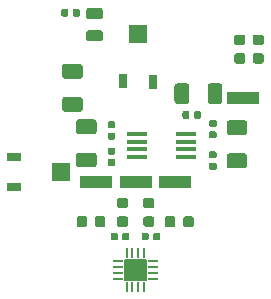
<source format=gbr>
%TF.GenerationSoftware,KiCad,Pcbnew,5.1.5-52549c5~84~ubuntu18.04.1*%
%TF.CreationDate,2020-03-03T14:54:20+01:00*%
%TF.ProjectId,HMC_RF_IPE,484d435f-5246-45f4-9950-452e6b696361,rev?*%
%TF.SameCoordinates,Original*%
%TF.FileFunction,Paste,Top*%
%TF.FilePolarity,Positive*%
%FSLAX46Y46*%
G04 Gerber Fmt 4.6, Leading zero omitted, Abs format (unit mm)*
G04 Created by KiCad (PCBNEW 5.1.5-52549c5~84~ubuntu18.04.1) date 2020-03-03 14:54:20*
%MOMM*%
%LPD*%
G04 APERTURE LIST*
%ADD10C,0.152400*%
%ADD11C,0.100000*%
%ADD12R,1.725000X1.725000*%
%ADD13R,0.240000X0.804800*%
%ADD14R,0.804800X0.240000*%
%ADD15R,0.787400X1.193800*%
%ADD16R,1.574800X1.524000*%
%ADD17R,1.193800X0.787400*%
%ADD18R,1.524000X1.574800*%
%ADD19R,1.778000X0.431800*%
%ADD20R,2.670000X1.020000*%
G04 APERTURE END LIST*
D10*
%TO.C,U4*%
X141524910Y-92985700D02*
X143249910Y-92985700D01*
X141524910Y-91260700D02*
X141524910Y-92985700D01*
X143249910Y-91260700D02*
X141524910Y-91260700D01*
X143249910Y-92985700D02*
X143249910Y-91260700D01*
%TD*%
D11*
%TO.C,R14*%
G36*
X141571101Y-87584253D02*
G01*
X141592336Y-87587403D01*
X141613160Y-87592619D01*
X141633372Y-87599851D01*
X141652778Y-87609030D01*
X141671191Y-87620066D01*
X141688434Y-87632854D01*
X141704340Y-87647270D01*
X141718756Y-87663176D01*
X141731544Y-87680419D01*
X141742580Y-87698832D01*
X141751759Y-87718238D01*
X141758991Y-87738450D01*
X141764207Y-87759274D01*
X141767357Y-87780509D01*
X141768410Y-87801950D01*
X141768410Y-88239450D01*
X141767357Y-88260891D01*
X141764207Y-88282126D01*
X141758991Y-88302950D01*
X141751759Y-88323162D01*
X141742580Y-88342568D01*
X141731544Y-88360981D01*
X141718756Y-88378224D01*
X141704340Y-88394130D01*
X141688434Y-88408546D01*
X141671191Y-88421334D01*
X141652778Y-88432370D01*
X141633372Y-88441549D01*
X141613160Y-88448781D01*
X141592336Y-88453997D01*
X141571101Y-88457147D01*
X141549660Y-88458200D01*
X141037160Y-88458200D01*
X141015719Y-88457147D01*
X140994484Y-88453997D01*
X140973660Y-88448781D01*
X140953448Y-88441549D01*
X140934042Y-88432370D01*
X140915629Y-88421334D01*
X140898386Y-88408546D01*
X140882480Y-88394130D01*
X140868064Y-88378224D01*
X140855276Y-88360981D01*
X140844240Y-88342568D01*
X140835061Y-88323162D01*
X140827829Y-88302950D01*
X140822613Y-88282126D01*
X140819463Y-88260891D01*
X140818410Y-88239450D01*
X140818410Y-87801950D01*
X140819463Y-87780509D01*
X140822613Y-87759274D01*
X140827829Y-87738450D01*
X140835061Y-87718238D01*
X140844240Y-87698832D01*
X140855276Y-87680419D01*
X140868064Y-87663176D01*
X140882480Y-87647270D01*
X140898386Y-87632854D01*
X140915629Y-87620066D01*
X140934042Y-87609030D01*
X140953448Y-87599851D01*
X140973660Y-87592619D01*
X140994484Y-87587403D01*
X141015719Y-87584253D01*
X141037160Y-87583200D01*
X141549660Y-87583200D01*
X141571101Y-87584253D01*
G37*
G36*
X141571101Y-86009253D02*
G01*
X141592336Y-86012403D01*
X141613160Y-86017619D01*
X141633372Y-86024851D01*
X141652778Y-86034030D01*
X141671191Y-86045066D01*
X141688434Y-86057854D01*
X141704340Y-86072270D01*
X141718756Y-86088176D01*
X141731544Y-86105419D01*
X141742580Y-86123832D01*
X141751759Y-86143238D01*
X141758991Y-86163450D01*
X141764207Y-86184274D01*
X141767357Y-86205509D01*
X141768410Y-86226950D01*
X141768410Y-86664450D01*
X141767357Y-86685891D01*
X141764207Y-86707126D01*
X141758991Y-86727950D01*
X141751759Y-86748162D01*
X141742580Y-86767568D01*
X141731544Y-86785981D01*
X141718756Y-86803224D01*
X141704340Y-86819130D01*
X141688434Y-86833546D01*
X141671191Y-86846334D01*
X141652778Y-86857370D01*
X141633372Y-86866549D01*
X141613160Y-86873781D01*
X141592336Y-86878997D01*
X141571101Y-86882147D01*
X141549660Y-86883200D01*
X141037160Y-86883200D01*
X141015719Y-86882147D01*
X140994484Y-86878997D01*
X140973660Y-86873781D01*
X140953448Y-86866549D01*
X140934042Y-86857370D01*
X140915629Y-86846334D01*
X140898386Y-86833546D01*
X140882480Y-86819130D01*
X140868064Y-86803224D01*
X140855276Y-86785981D01*
X140844240Y-86767568D01*
X140835061Y-86748162D01*
X140827829Y-86727950D01*
X140822613Y-86707126D01*
X140819463Y-86685891D01*
X140818410Y-86664450D01*
X140818410Y-86226950D01*
X140819463Y-86205509D01*
X140822613Y-86184274D01*
X140827829Y-86163450D01*
X140835061Y-86143238D01*
X140844240Y-86123832D01*
X140855276Y-86105419D01*
X140868064Y-86088176D01*
X140882480Y-86072270D01*
X140898386Y-86057854D01*
X140915629Y-86045066D01*
X140934042Y-86034030D01*
X140953448Y-86024851D01*
X140973660Y-86017619D01*
X140994484Y-86012403D01*
X141015719Y-86009253D01*
X141037160Y-86008200D01*
X141549660Y-86008200D01*
X141571101Y-86009253D01*
G37*
%TD*%
%TO.C,R15*%
G36*
X143801101Y-87594253D02*
G01*
X143822336Y-87597403D01*
X143843160Y-87602619D01*
X143863372Y-87609851D01*
X143882778Y-87619030D01*
X143901191Y-87630066D01*
X143918434Y-87642854D01*
X143934340Y-87657270D01*
X143948756Y-87673176D01*
X143961544Y-87690419D01*
X143972580Y-87708832D01*
X143981759Y-87728238D01*
X143988991Y-87748450D01*
X143994207Y-87769274D01*
X143997357Y-87790509D01*
X143998410Y-87811950D01*
X143998410Y-88249450D01*
X143997357Y-88270891D01*
X143994207Y-88292126D01*
X143988991Y-88312950D01*
X143981759Y-88333162D01*
X143972580Y-88352568D01*
X143961544Y-88370981D01*
X143948756Y-88388224D01*
X143934340Y-88404130D01*
X143918434Y-88418546D01*
X143901191Y-88431334D01*
X143882778Y-88442370D01*
X143863372Y-88451549D01*
X143843160Y-88458781D01*
X143822336Y-88463997D01*
X143801101Y-88467147D01*
X143779660Y-88468200D01*
X143267160Y-88468200D01*
X143245719Y-88467147D01*
X143224484Y-88463997D01*
X143203660Y-88458781D01*
X143183448Y-88451549D01*
X143164042Y-88442370D01*
X143145629Y-88431334D01*
X143128386Y-88418546D01*
X143112480Y-88404130D01*
X143098064Y-88388224D01*
X143085276Y-88370981D01*
X143074240Y-88352568D01*
X143065061Y-88333162D01*
X143057829Y-88312950D01*
X143052613Y-88292126D01*
X143049463Y-88270891D01*
X143048410Y-88249450D01*
X143048410Y-87811950D01*
X143049463Y-87790509D01*
X143052613Y-87769274D01*
X143057829Y-87748450D01*
X143065061Y-87728238D01*
X143074240Y-87708832D01*
X143085276Y-87690419D01*
X143098064Y-87673176D01*
X143112480Y-87657270D01*
X143128386Y-87642854D01*
X143145629Y-87630066D01*
X143164042Y-87619030D01*
X143183448Y-87609851D01*
X143203660Y-87602619D01*
X143224484Y-87597403D01*
X143245719Y-87594253D01*
X143267160Y-87593200D01*
X143779660Y-87593200D01*
X143801101Y-87594253D01*
G37*
G36*
X143801101Y-86019253D02*
G01*
X143822336Y-86022403D01*
X143843160Y-86027619D01*
X143863372Y-86034851D01*
X143882778Y-86044030D01*
X143901191Y-86055066D01*
X143918434Y-86067854D01*
X143934340Y-86082270D01*
X143948756Y-86098176D01*
X143961544Y-86115419D01*
X143972580Y-86133832D01*
X143981759Y-86153238D01*
X143988991Y-86173450D01*
X143994207Y-86194274D01*
X143997357Y-86215509D01*
X143998410Y-86236950D01*
X143998410Y-86674450D01*
X143997357Y-86695891D01*
X143994207Y-86717126D01*
X143988991Y-86737950D01*
X143981759Y-86758162D01*
X143972580Y-86777568D01*
X143961544Y-86795981D01*
X143948756Y-86813224D01*
X143934340Y-86829130D01*
X143918434Y-86843546D01*
X143901191Y-86856334D01*
X143882778Y-86867370D01*
X143863372Y-86876549D01*
X143843160Y-86883781D01*
X143822336Y-86888997D01*
X143801101Y-86892147D01*
X143779660Y-86893200D01*
X143267160Y-86893200D01*
X143245719Y-86892147D01*
X143224484Y-86888997D01*
X143203660Y-86883781D01*
X143183448Y-86876549D01*
X143164042Y-86867370D01*
X143145629Y-86856334D01*
X143128386Y-86843546D01*
X143112480Y-86829130D01*
X143098064Y-86813224D01*
X143085276Y-86795981D01*
X143074240Y-86777568D01*
X143065061Y-86758162D01*
X143057829Y-86737950D01*
X143052613Y-86717126D01*
X143049463Y-86695891D01*
X143048410Y-86674450D01*
X143048410Y-86236950D01*
X143049463Y-86215509D01*
X143052613Y-86194274D01*
X143057829Y-86173450D01*
X143065061Y-86153238D01*
X143074240Y-86133832D01*
X143085276Y-86115419D01*
X143098064Y-86098176D01*
X143112480Y-86082270D01*
X143128386Y-86067854D01*
X143145629Y-86055066D01*
X143164042Y-86044030D01*
X143183448Y-86034851D01*
X143203660Y-86027619D01*
X143224484Y-86022403D01*
X143245719Y-86019253D01*
X143267160Y-86018200D01*
X143779660Y-86018200D01*
X143801101Y-86019253D01*
G37*
%TD*%
D12*
%TO.C,U4*%
X142387410Y-92123200D03*
D13*
X143137411Y-93575600D03*
X142637410Y-93575600D03*
X142137410Y-93575600D03*
X141637409Y-93575600D03*
D14*
X140935010Y-92873201D03*
X140935010Y-92373200D03*
X140935010Y-91873200D03*
X140935010Y-91373199D03*
D13*
X141637409Y-90670800D03*
X142137410Y-90670800D03*
X142637410Y-90670800D03*
X143137411Y-90670800D03*
D14*
X143839810Y-91373199D03*
X143839810Y-91873200D03*
X143839810Y-92373200D03*
X143839810Y-92873201D03*
%TD*%
D15*
%TO.C,RV1*%
X143911410Y-76193200D03*
D16*
X142641410Y-72180000D03*
D15*
X141371410Y-76142400D03*
%TD*%
D17*
%TO.C,RV2*%
X132066410Y-85118200D03*
D18*
X136079610Y-83848200D03*
D17*
X132117210Y-82578200D03*
%TD*%
D11*
%TO.C,R16*%
G36*
X151501101Y-72199253D02*
G01*
X151522336Y-72202403D01*
X151543160Y-72207619D01*
X151563372Y-72214851D01*
X151582778Y-72224030D01*
X151601191Y-72235066D01*
X151618434Y-72247854D01*
X151634340Y-72262270D01*
X151648756Y-72278176D01*
X151661544Y-72295419D01*
X151672580Y-72313832D01*
X151681759Y-72333238D01*
X151688991Y-72353450D01*
X151694207Y-72374274D01*
X151697357Y-72395509D01*
X151698410Y-72416950D01*
X151698410Y-72854450D01*
X151697357Y-72875891D01*
X151694207Y-72897126D01*
X151688991Y-72917950D01*
X151681759Y-72938162D01*
X151672580Y-72957568D01*
X151661544Y-72975981D01*
X151648756Y-72993224D01*
X151634340Y-73009130D01*
X151618434Y-73023546D01*
X151601191Y-73036334D01*
X151582778Y-73047370D01*
X151563372Y-73056549D01*
X151543160Y-73063781D01*
X151522336Y-73068997D01*
X151501101Y-73072147D01*
X151479660Y-73073200D01*
X150967160Y-73073200D01*
X150945719Y-73072147D01*
X150924484Y-73068997D01*
X150903660Y-73063781D01*
X150883448Y-73056549D01*
X150864042Y-73047370D01*
X150845629Y-73036334D01*
X150828386Y-73023546D01*
X150812480Y-73009130D01*
X150798064Y-72993224D01*
X150785276Y-72975981D01*
X150774240Y-72957568D01*
X150765061Y-72938162D01*
X150757829Y-72917950D01*
X150752613Y-72897126D01*
X150749463Y-72875891D01*
X150748410Y-72854450D01*
X150748410Y-72416950D01*
X150749463Y-72395509D01*
X150752613Y-72374274D01*
X150757829Y-72353450D01*
X150765061Y-72333238D01*
X150774240Y-72313832D01*
X150785276Y-72295419D01*
X150798064Y-72278176D01*
X150812480Y-72262270D01*
X150828386Y-72247854D01*
X150845629Y-72235066D01*
X150864042Y-72224030D01*
X150883448Y-72214851D01*
X150903660Y-72207619D01*
X150924484Y-72202403D01*
X150945719Y-72199253D01*
X150967160Y-72198200D01*
X151479660Y-72198200D01*
X151501101Y-72199253D01*
G37*
G36*
X151501101Y-73774253D02*
G01*
X151522336Y-73777403D01*
X151543160Y-73782619D01*
X151563372Y-73789851D01*
X151582778Y-73799030D01*
X151601191Y-73810066D01*
X151618434Y-73822854D01*
X151634340Y-73837270D01*
X151648756Y-73853176D01*
X151661544Y-73870419D01*
X151672580Y-73888832D01*
X151681759Y-73908238D01*
X151688991Y-73928450D01*
X151694207Y-73949274D01*
X151697357Y-73970509D01*
X151698410Y-73991950D01*
X151698410Y-74429450D01*
X151697357Y-74450891D01*
X151694207Y-74472126D01*
X151688991Y-74492950D01*
X151681759Y-74513162D01*
X151672580Y-74532568D01*
X151661544Y-74550981D01*
X151648756Y-74568224D01*
X151634340Y-74584130D01*
X151618434Y-74598546D01*
X151601191Y-74611334D01*
X151582778Y-74622370D01*
X151563372Y-74631549D01*
X151543160Y-74638781D01*
X151522336Y-74643997D01*
X151501101Y-74647147D01*
X151479660Y-74648200D01*
X150967160Y-74648200D01*
X150945719Y-74647147D01*
X150924484Y-74643997D01*
X150903660Y-74638781D01*
X150883448Y-74631549D01*
X150864042Y-74622370D01*
X150845629Y-74611334D01*
X150828386Y-74598546D01*
X150812480Y-74584130D01*
X150798064Y-74568224D01*
X150785276Y-74550981D01*
X150774240Y-74532568D01*
X150765061Y-74513162D01*
X150757829Y-74492950D01*
X150752613Y-74472126D01*
X150749463Y-74450891D01*
X150748410Y-74429450D01*
X150748410Y-73991950D01*
X150749463Y-73970509D01*
X150752613Y-73949274D01*
X150757829Y-73928450D01*
X150765061Y-73908238D01*
X150774240Y-73888832D01*
X150785276Y-73870419D01*
X150798064Y-73853176D01*
X150812480Y-73837270D01*
X150828386Y-73822854D01*
X150845629Y-73810066D01*
X150864042Y-73799030D01*
X150883448Y-73789851D01*
X150903660Y-73782619D01*
X150924484Y-73777403D01*
X150945719Y-73774253D01*
X150967160Y-73773200D01*
X151479660Y-73773200D01*
X151501101Y-73774253D01*
G37*
%TD*%
D19*
%TO.C,U2*%
X142548710Y-82568199D03*
X142548710Y-81918201D03*
X142548710Y-81268199D03*
X142548710Y-80618201D03*
X146638110Y-80618201D03*
X146638110Y-81268199D03*
X146638110Y-81918201D03*
X146638110Y-82568199D03*
%TD*%
D11*
%TO.C,C10*%
G36*
X137702914Y-77477404D02*
G01*
X137727183Y-77481004D01*
X137750981Y-77486965D01*
X137774081Y-77495230D01*
X137796259Y-77505720D01*
X137817303Y-77518333D01*
X137837008Y-77532947D01*
X137855187Y-77549423D01*
X137871663Y-77567602D01*
X137886277Y-77587307D01*
X137898890Y-77608351D01*
X137909380Y-77630529D01*
X137917645Y-77653629D01*
X137923606Y-77677427D01*
X137927206Y-77701696D01*
X137928410Y-77726200D01*
X137928410Y-78476200D01*
X137927206Y-78500704D01*
X137923606Y-78524973D01*
X137917645Y-78548771D01*
X137909380Y-78571871D01*
X137898890Y-78594049D01*
X137886277Y-78615093D01*
X137871663Y-78634798D01*
X137855187Y-78652977D01*
X137837008Y-78669453D01*
X137817303Y-78684067D01*
X137796259Y-78696680D01*
X137774081Y-78707170D01*
X137750981Y-78715435D01*
X137727183Y-78721396D01*
X137702914Y-78724996D01*
X137678410Y-78726200D01*
X136428410Y-78726200D01*
X136403906Y-78724996D01*
X136379637Y-78721396D01*
X136355839Y-78715435D01*
X136332739Y-78707170D01*
X136310561Y-78696680D01*
X136289517Y-78684067D01*
X136269812Y-78669453D01*
X136251633Y-78652977D01*
X136235157Y-78634798D01*
X136220543Y-78615093D01*
X136207930Y-78594049D01*
X136197440Y-78571871D01*
X136189175Y-78548771D01*
X136183214Y-78524973D01*
X136179614Y-78500704D01*
X136178410Y-78476200D01*
X136178410Y-77726200D01*
X136179614Y-77701696D01*
X136183214Y-77677427D01*
X136189175Y-77653629D01*
X136197440Y-77630529D01*
X136207930Y-77608351D01*
X136220543Y-77587307D01*
X136235157Y-77567602D01*
X136251633Y-77549423D01*
X136269812Y-77532947D01*
X136289517Y-77518333D01*
X136310561Y-77505720D01*
X136332739Y-77495230D01*
X136355839Y-77486965D01*
X136379637Y-77481004D01*
X136403906Y-77477404D01*
X136428410Y-77476200D01*
X137678410Y-77476200D01*
X137702914Y-77477404D01*
G37*
G36*
X137702914Y-74677404D02*
G01*
X137727183Y-74681004D01*
X137750981Y-74686965D01*
X137774081Y-74695230D01*
X137796259Y-74705720D01*
X137817303Y-74718333D01*
X137837008Y-74732947D01*
X137855187Y-74749423D01*
X137871663Y-74767602D01*
X137886277Y-74787307D01*
X137898890Y-74808351D01*
X137909380Y-74830529D01*
X137917645Y-74853629D01*
X137923606Y-74877427D01*
X137927206Y-74901696D01*
X137928410Y-74926200D01*
X137928410Y-75676200D01*
X137927206Y-75700704D01*
X137923606Y-75724973D01*
X137917645Y-75748771D01*
X137909380Y-75771871D01*
X137898890Y-75794049D01*
X137886277Y-75815093D01*
X137871663Y-75834798D01*
X137855187Y-75852977D01*
X137837008Y-75869453D01*
X137817303Y-75884067D01*
X137796259Y-75896680D01*
X137774081Y-75907170D01*
X137750981Y-75915435D01*
X137727183Y-75921396D01*
X137702914Y-75924996D01*
X137678410Y-75926200D01*
X136428410Y-75926200D01*
X136403906Y-75924996D01*
X136379637Y-75921396D01*
X136355839Y-75915435D01*
X136332739Y-75907170D01*
X136310561Y-75896680D01*
X136289517Y-75884067D01*
X136269812Y-75869453D01*
X136251633Y-75852977D01*
X136235157Y-75834798D01*
X136220543Y-75815093D01*
X136207930Y-75794049D01*
X136197440Y-75771871D01*
X136189175Y-75748771D01*
X136183214Y-75724973D01*
X136179614Y-75700704D01*
X136178410Y-75676200D01*
X136178410Y-74926200D01*
X136179614Y-74901696D01*
X136183214Y-74877427D01*
X136189175Y-74853629D01*
X136197440Y-74830529D01*
X136207930Y-74808351D01*
X136220543Y-74787307D01*
X136235157Y-74767602D01*
X136251633Y-74749423D01*
X136269812Y-74732947D01*
X136289517Y-74718333D01*
X136310561Y-74705720D01*
X136332739Y-74695230D01*
X136355839Y-74686965D01*
X136379637Y-74681004D01*
X136403906Y-74677404D01*
X136428410Y-74676200D01*
X137678410Y-74676200D01*
X137702914Y-74677404D01*
G37*
%TD*%
%TO.C,L7*%
G36*
X153071101Y-73774253D02*
G01*
X153092336Y-73777403D01*
X153113160Y-73782619D01*
X153133372Y-73789851D01*
X153152778Y-73799030D01*
X153171191Y-73810066D01*
X153188434Y-73822854D01*
X153204340Y-73837270D01*
X153218756Y-73853176D01*
X153231544Y-73870419D01*
X153242580Y-73888832D01*
X153251759Y-73908238D01*
X153258991Y-73928450D01*
X153264207Y-73949274D01*
X153267357Y-73970509D01*
X153268410Y-73991950D01*
X153268410Y-74429450D01*
X153267357Y-74450891D01*
X153264207Y-74472126D01*
X153258991Y-74492950D01*
X153251759Y-74513162D01*
X153242580Y-74532568D01*
X153231544Y-74550981D01*
X153218756Y-74568224D01*
X153204340Y-74584130D01*
X153188434Y-74598546D01*
X153171191Y-74611334D01*
X153152778Y-74622370D01*
X153133372Y-74631549D01*
X153113160Y-74638781D01*
X153092336Y-74643997D01*
X153071101Y-74647147D01*
X153049660Y-74648200D01*
X152537160Y-74648200D01*
X152515719Y-74647147D01*
X152494484Y-74643997D01*
X152473660Y-74638781D01*
X152453448Y-74631549D01*
X152434042Y-74622370D01*
X152415629Y-74611334D01*
X152398386Y-74598546D01*
X152382480Y-74584130D01*
X152368064Y-74568224D01*
X152355276Y-74550981D01*
X152344240Y-74532568D01*
X152335061Y-74513162D01*
X152327829Y-74492950D01*
X152322613Y-74472126D01*
X152319463Y-74450891D01*
X152318410Y-74429450D01*
X152318410Y-73991950D01*
X152319463Y-73970509D01*
X152322613Y-73949274D01*
X152327829Y-73928450D01*
X152335061Y-73908238D01*
X152344240Y-73888832D01*
X152355276Y-73870419D01*
X152368064Y-73853176D01*
X152382480Y-73837270D01*
X152398386Y-73822854D01*
X152415629Y-73810066D01*
X152434042Y-73799030D01*
X152453448Y-73789851D01*
X152473660Y-73782619D01*
X152494484Y-73777403D01*
X152515719Y-73774253D01*
X152537160Y-73773200D01*
X153049660Y-73773200D01*
X153071101Y-73774253D01*
G37*
G36*
X153071101Y-72199253D02*
G01*
X153092336Y-72202403D01*
X153113160Y-72207619D01*
X153133372Y-72214851D01*
X153152778Y-72224030D01*
X153171191Y-72235066D01*
X153188434Y-72247854D01*
X153204340Y-72262270D01*
X153218756Y-72278176D01*
X153231544Y-72295419D01*
X153242580Y-72313832D01*
X153251759Y-72333238D01*
X153258991Y-72353450D01*
X153264207Y-72374274D01*
X153267357Y-72395509D01*
X153268410Y-72416950D01*
X153268410Y-72854450D01*
X153267357Y-72875891D01*
X153264207Y-72897126D01*
X153258991Y-72917950D01*
X153251759Y-72938162D01*
X153242580Y-72957568D01*
X153231544Y-72975981D01*
X153218756Y-72993224D01*
X153204340Y-73009130D01*
X153188434Y-73023546D01*
X153171191Y-73036334D01*
X153152778Y-73047370D01*
X153133372Y-73056549D01*
X153113160Y-73063781D01*
X153092336Y-73068997D01*
X153071101Y-73072147D01*
X153049660Y-73073200D01*
X152537160Y-73073200D01*
X152515719Y-73072147D01*
X152494484Y-73068997D01*
X152473660Y-73063781D01*
X152453448Y-73056549D01*
X152434042Y-73047370D01*
X152415629Y-73036334D01*
X152398386Y-73023546D01*
X152382480Y-73009130D01*
X152368064Y-72993224D01*
X152355276Y-72975981D01*
X152344240Y-72957568D01*
X152335061Y-72938162D01*
X152327829Y-72917950D01*
X152322613Y-72897126D01*
X152319463Y-72875891D01*
X152318410Y-72854450D01*
X152318410Y-72416950D01*
X152319463Y-72395509D01*
X152322613Y-72374274D01*
X152327829Y-72353450D01*
X152335061Y-72333238D01*
X152344240Y-72313832D01*
X152355276Y-72295419D01*
X152368064Y-72278176D01*
X152382480Y-72262270D01*
X152398386Y-72247854D01*
X152415629Y-72235066D01*
X152434042Y-72224030D01*
X152453448Y-72214851D01*
X152473660Y-72207619D01*
X152494484Y-72202403D01*
X152515719Y-72199253D01*
X152537160Y-72198200D01*
X153049660Y-72198200D01*
X153071101Y-72199253D01*
G37*
%TD*%
%TO.C,C21*%
G36*
X147795368Y-78678910D02*
G01*
X147809686Y-78681034D01*
X147823727Y-78684551D01*
X147837356Y-78689428D01*
X147850441Y-78695617D01*
X147862857Y-78703058D01*
X147874483Y-78711681D01*
X147885208Y-78721402D01*
X147894929Y-78732127D01*
X147903552Y-78743753D01*
X147910993Y-78756169D01*
X147917182Y-78769254D01*
X147922059Y-78782883D01*
X147925576Y-78796924D01*
X147927700Y-78811242D01*
X147928410Y-78825700D01*
X147928410Y-79170700D01*
X147927700Y-79185158D01*
X147925576Y-79199476D01*
X147922059Y-79213517D01*
X147917182Y-79227146D01*
X147910993Y-79240231D01*
X147903552Y-79252647D01*
X147894929Y-79264273D01*
X147885208Y-79274998D01*
X147874483Y-79284719D01*
X147862857Y-79293342D01*
X147850441Y-79300783D01*
X147837356Y-79306972D01*
X147823727Y-79311849D01*
X147809686Y-79315366D01*
X147795368Y-79317490D01*
X147780910Y-79318200D01*
X147485910Y-79318200D01*
X147471452Y-79317490D01*
X147457134Y-79315366D01*
X147443093Y-79311849D01*
X147429464Y-79306972D01*
X147416379Y-79300783D01*
X147403963Y-79293342D01*
X147392337Y-79284719D01*
X147381612Y-79274998D01*
X147371891Y-79264273D01*
X147363268Y-79252647D01*
X147355827Y-79240231D01*
X147349638Y-79227146D01*
X147344761Y-79213517D01*
X147341244Y-79199476D01*
X147339120Y-79185158D01*
X147338410Y-79170700D01*
X147338410Y-78825700D01*
X147339120Y-78811242D01*
X147341244Y-78796924D01*
X147344761Y-78782883D01*
X147349638Y-78769254D01*
X147355827Y-78756169D01*
X147363268Y-78743753D01*
X147371891Y-78732127D01*
X147381612Y-78721402D01*
X147392337Y-78711681D01*
X147403963Y-78703058D01*
X147416379Y-78695617D01*
X147429464Y-78689428D01*
X147443093Y-78684551D01*
X147457134Y-78681034D01*
X147471452Y-78678910D01*
X147485910Y-78678200D01*
X147780910Y-78678200D01*
X147795368Y-78678910D01*
G37*
G36*
X146825368Y-78678910D02*
G01*
X146839686Y-78681034D01*
X146853727Y-78684551D01*
X146867356Y-78689428D01*
X146880441Y-78695617D01*
X146892857Y-78703058D01*
X146904483Y-78711681D01*
X146915208Y-78721402D01*
X146924929Y-78732127D01*
X146933552Y-78743753D01*
X146940993Y-78756169D01*
X146947182Y-78769254D01*
X146952059Y-78782883D01*
X146955576Y-78796924D01*
X146957700Y-78811242D01*
X146958410Y-78825700D01*
X146958410Y-79170700D01*
X146957700Y-79185158D01*
X146955576Y-79199476D01*
X146952059Y-79213517D01*
X146947182Y-79227146D01*
X146940993Y-79240231D01*
X146933552Y-79252647D01*
X146924929Y-79264273D01*
X146915208Y-79274998D01*
X146904483Y-79284719D01*
X146892857Y-79293342D01*
X146880441Y-79300783D01*
X146867356Y-79306972D01*
X146853727Y-79311849D01*
X146839686Y-79315366D01*
X146825368Y-79317490D01*
X146810910Y-79318200D01*
X146515910Y-79318200D01*
X146501452Y-79317490D01*
X146487134Y-79315366D01*
X146473093Y-79311849D01*
X146459464Y-79306972D01*
X146446379Y-79300783D01*
X146433963Y-79293342D01*
X146422337Y-79284719D01*
X146411612Y-79274998D01*
X146401891Y-79264273D01*
X146393268Y-79252647D01*
X146385827Y-79240231D01*
X146379638Y-79227146D01*
X146374761Y-79213517D01*
X146371244Y-79199476D01*
X146369120Y-79185158D01*
X146368410Y-79170700D01*
X146368410Y-78825700D01*
X146369120Y-78811242D01*
X146371244Y-78796924D01*
X146374761Y-78782883D01*
X146379638Y-78769254D01*
X146385827Y-78756169D01*
X146393268Y-78743753D01*
X146401891Y-78732127D01*
X146411612Y-78721402D01*
X146422337Y-78711681D01*
X146433963Y-78703058D01*
X146446379Y-78695617D01*
X146459464Y-78689428D01*
X146473093Y-78684551D01*
X146487134Y-78681034D01*
X146501452Y-78678910D01*
X146515910Y-78678200D01*
X146810910Y-78678200D01*
X146825368Y-78678910D01*
G37*
%TD*%
%TO.C,C18*%
G36*
X147131101Y-87569253D02*
G01*
X147152336Y-87572403D01*
X147173160Y-87577619D01*
X147193372Y-87584851D01*
X147212778Y-87594030D01*
X147231191Y-87605066D01*
X147248434Y-87617854D01*
X147264340Y-87632270D01*
X147278756Y-87648176D01*
X147291544Y-87665419D01*
X147302580Y-87683832D01*
X147311759Y-87703238D01*
X147318991Y-87723450D01*
X147324207Y-87744274D01*
X147327357Y-87765509D01*
X147328410Y-87786950D01*
X147328410Y-88299450D01*
X147327357Y-88320891D01*
X147324207Y-88342126D01*
X147318991Y-88362950D01*
X147311759Y-88383162D01*
X147302580Y-88402568D01*
X147291544Y-88420981D01*
X147278756Y-88438224D01*
X147264340Y-88454130D01*
X147248434Y-88468546D01*
X147231191Y-88481334D01*
X147212778Y-88492370D01*
X147193372Y-88501549D01*
X147173160Y-88508781D01*
X147152336Y-88513997D01*
X147131101Y-88517147D01*
X147109660Y-88518200D01*
X146672160Y-88518200D01*
X146650719Y-88517147D01*
X146629484Y-88513997D01*
X146608660Y-88508781D01*
X146588448Y-88501549D01*
X146569042Y-88492370D01*
X146550629Y-88481334D01*
X146533386Y-88468546D01*
X146517480Y-88454130D01*
X146503064Y-88438224D01*
X146490276Y-88420981D01*
X146479240Y-88402568D01*
X146470061Y-88383162D01*
X146462829Y-88362950D01*
X146457613Y-88342126D01*
X146454463Y-88320891D01*
X146453410Y-88299450D01*
X146453410Y-87786950D01*
X146454463Y-87765509D01*
X146457613Y-87744274D01*
X146462829Y-87723450D01*
X146470061Y-87703238D01*
X146479240Y-87683832D01*
X146490276Y-87665419D01*
X146503064Y-87648176D01*
X146517480Y-87632270D01*
X146533386Y-87617854D01*
X146550629Y-87605066D01*
X146569042Y-87594030D01*
X146588448Y-87584851D01*
X146608660Y-87577619D01*
X146629484Y-87572403D01*
X146650719Y-87569253D01*
X146672160Y-87568200D01*
X147109660Y-87568200D01*
X147131101Y-87569253D01*
G37*
G36*
X145556101Y-87569253D02*
G01*
X145577336Y-87572403D01*
X145598160Y-87577619D01*
X145618372Y-87584851D01*
X145637778Y-87594030D01*
X145656191Y-87605066D01*
X145673434Y-87617854D01*
X145689340Y-87632270D01*
X145703756Y-87648176D01*
X145716544Y-87665419D01*
X145727580Y-87683832D01*
X145736759Y-87703238D01*
X145743991Y-87723450D01*
X145749207Y-87744274D01*
X145752357Y-87765509D01*
X145753410Y-87786950D01*
X145753410Y-88299450D01*
X145752357Y-88320891D01*
X145749207Y-88342126D01*
X145743991Y-88362950D01*
X145736759Y-88383162D01*
X145727580Y-88402568D01*
X145716544Y-88420981D01*
X145703756Y-88438224D01*
X145689340Y-88454130D01*
X145673434Y-88468546D01*
X145656191Y-88481334D01*
X145637778Y-88492370D01*
X145618372Y-88501549D01*
X145598160Y-88508781D01*
X145577336Y-88513997D01*
X145556101Y-88517147D01*
X145534660Y-88518200D01*
X145097160Y-88518200D01*
X145075719Y-88517147D01*
X145054484Y-88513997D01*
X145033660Y-88508781D01*
X145013448Y-88501549D01*
X144994042Y-88492370D01*
X144975629Y-88481334D01*
X144958386Y-88468546D01*
X144942480Y-88454130D01*
X144928064Y-88438224D01*
X144915276Y-88420981D01*
X144904240Y-88402568D01*
X144895061Y-88383162D01*
X144887829Y-88362950D01*
X144882613Y-88342126D01*
X144879463Y-88320891D01*
X144878410Y-88299450D01*
X144878410Y-87786950D01*
X144879463Y-87765509D01*
X144882613Y-87744274D01*
X144887829Y-87723450D01*
X144895061Y-87703238D01*
X144904240Y-87683832D01*
X144915276Y-87665419D01*
X144928064Y-87648176D01*
X144942480Y-87632270D01*
X144958386Y-87617854D01*
X144975629Y-87605066D01*
X144994042Y-87594030D01*
X145013448Y-87584851D01*
X145033660Y-87577619D01*
X145054484Y-87572403D01*
X145075719Y-87569253D01*
X145097160Y-87568200D01*
X145534660Y-87568200D01*
X145556101Y-87569253D01*
G37*
%TD*%
%TO.C,C15*%
G36*
X138078601Y-87559253D02*
G01*
X138099836Y-87562403D01*
X138120660Y-87567619D01*
X138140872Y-87574851D01*
X138160278Y-87584030D01*
X138178691Y-87595066D01*
X138195934Y-87607854D01*
X138211840Y-87622270D01*
X138226256Y-87638176D01*
X138239044Y-87655419D01*
X138250080Y-87673832D01*
X138259259Y-87693238D01*
X138266491Y-87713450D01*
X138271707Y-87734274D01*
X138274857Y-87755509D01*
X138275910Y-87776950D01*
X138275910Y-88289450D01*
X138274857Y-88310891D01*
X138271707Y-88332126D01*
X138266491Y-88352950D01*
X138259259Y-88373162D01*
X138250080Y-88392568D01*
X138239044Y-88410981D01*
X138226256Y-88428224D01*
X138211840Y-88444130D01*
X138195934Y-88458546D01*
X138178691Y-88471334D01*
X138160278Y-88482370D01*
X138140872Y-88491549D01*
X138120660Y-88498781D01*
X138099836Y-88503997D01*
X138078601Y-88507147D01*
X138057160Y-88508200D01*
X137619660Y-88508200D01*
X137598219Y-88507147D01*
X137576984Y-88503997D01*
X137556160Y-88498781D01*
X137535948Y-88491549D01*
X137516542Y-88482370D01*
X137498129Y-88471334D01*
X137480886Y-88458546D01*
X137464980Y-88444130D01*
X137450564Y-88428224D01*
X137437776Y-88410981D01*
X137426740Y-88392568D01*
X137417561Y-88373162D01*
X137410329Y-88352950D01*
X137405113Y-88332126D01*
X137401963Y-88310891D01*
X137400910Y-88289450D01*
X137400910Y-87776950D01*
X137401963Y-87755509D01*
X137405113Y-87734274D01*
X137410329Y-87713450D01*
X137417561Y-87693238D01*
X137426740Y-87673832D01*
X137437776Y-87655419D01*
X137450564Y-87638176D01*
X137464980Y-87622270D01*
X137480886Y-87607854D01*
X137498129Y-87595066D01*
X137516542Y-87584030D01*
X137535948Y-87574851D01*
X137556160Y-87567619D01*
X137576984Y-87562403D01*
X137598219Y-87559253D01*
X137619660Y-87558200D01*
X138057160Y-87558200D01*
X138078601Y-87559253D01*
G37*
G36*
X139653601Y-87559253D02*
G01*
X139674836Y-87562403D01*
X139695660Y-87567619D01*
X139715872Y-87574851D01*
X139735278Y-87584030D01*
X139753691Y-87595066D01*
X139770934Y-87607854D01*
X139786840Y-87622270D01*
X139801256Y-87638176D01*
X139814044Y-87655419D01*
X139825080Y-87673832D01*
X139834259Y-87693238D01*
X139841491Y-87713450D01*
X139846707Y-87734274D01*
X139849857Y-87755509D01*
X139850910Y-87776950D01*
X139850910Y-88289450D01*
X139849857Y-88310891D01*
X139846707Y-88332126D01*
X139841491Y-88352950D01*
X139834259Y-88373162D01*
X139825080Y-88392568D01*
X139814044Y-88410981D01*
X139801256Y-88428224D01*
X139786840Y-88444130D01*
X139770934Y-88458546D01*
X139753691Y-88471334D01*
X139735278Y-88482370D01*
X139715872Y-88491549D01*
X139695660Y-88498781D01*
X139674836Y-88503997D01*
X139653601Y-88507147D01*
X139632160Y-88508200D01*
X139194660Y-88508200D01*
X139173219Y-88507147D01*
X139151984Y-88503997D01*
X139131160Y-88498781D01*
X139110948Y-88491549D01*
X139091542Y-88482370D01*
X139073129Y-88471334D01*
X139055886Y-88458546D01*
X139039980Y-88444130D01*
X139025564Y-88428224D01*
X139012776Y-88410981D01*
X139001740Y-88392568D01*
X138992561Y-88373162D01*
X138985329Y-88352950D01*
X138980113Y-88332126D01*
X138976963Y-88310891D01*
X138975910Y-88289450D01*
X138975910Y-87776950D01*
X138976963Y-87755509D01*
X138980113Y-87734274D01*
X138985329Y-87713450D01*
X138992561Y-87693238D01*
X139001740Y-87673832D01*
X139012776Y-87655419D01*
X139025564Y-87638176D01*
X139039980Y-87622270D01*
X139055886Y-87607854D01*
X139073129Y-87595066D01*
X139091542Y-87584030D01*
X139110948Y-87574851D01*
X139131160Y-87567619D01*
X139151984Y-87562403D01*
X139173219Y-87559253D01*
X139194660Y-87558200D01*
X139632160Y-87558200D01*
X139653601Y-87559253D01*
G37*
%TD*%
%TO.C,R7*%
G36*
X140550368Y-79533910D02*
G01*
X140564686Y-79536034D01*
X140578727Y-79539551D01*
X140592356Y-79544428D01*
X140605441Y-79550617D01*
X140617857Y-79558058D01*
X140629483Y-79566681D01*
X140640208Y-79576402D01*
X140649929Y-79587127D01*
X140658552Y-79598753D01*
X140665993Y-79611169D01*
X140672182Y-79624254D01*
X140677059Y-79637883D01*
X140680576Y-79651924D01*
X140682700Y-79666242D01*
X140683410Y-79680700D01*
X140683410Y-79975700D01*
X140682700Y-79990158D01*
X140680576Y-80004476D01*
X140677059Y-80018517D01*
X140672182Y-80032146D01*
X140665993Y-80045231D01*
X140658552Y-80057647D01*
X140649929Y-80069273D01*
X140640208Y-80079998D01*
X140629483Y-80089719D01*
X140617857Y-80098342D01*
X140605441Y-80105783D01*
X140592356Y-80111972D01*
X140578727Y-80116849D01*
X140564686Y-80120366D01*
X140550368Y-80122490D01*
X140535910Y-80123200D01*
X140190910Y-80123200D01*
X140176452Y-80122490D01*
X140162134Y-80120366D01*
X140148093Y-80116849D01*
X140134464Y-80111972D01*
X140121379Y-80105783D01*
X140108963Y-80098342D01*
X140097337Y-80089719D01*
X140086612Y-80079998D01*
X140076891Y-80069273D01*
X140068268Y-80057647D01*
X140060827Y-80045231D01*
X140054638Y-80032146D01*
X140049761Y-80018517D01*
X140046244Y-80004476D01*
X140044120Y-79990158D01*
X140043410Y-79975700D01*
X140043410Y-79680700D01*
X140044120Y-79666242D01*
X140046244Y-79651924D01*
X140049761Y-79637883D01*
X140054638Y-79624254D01*
X140060827Y-79611169D01*
X140068268Y-79598753D01*
X140076891Y-79587127D01*
X140086612Y-79576402D01*
X140097337Y-79566681D01*
X140108963Y-79558058D01*
X140121379Y-79550617D01*
X140134464Y-79544428D01*
X140148093Y-79539551D01*
X140162134Y-79536034D01*
X140176452Y-79533910D01*
X140190910Y-79533200D01*
X140535910Y-79533200D01*
X140550368Y-79533910D01*
G37*
G36*
X140550368Y-80503910D02*
G01*
X140564686Y-80506034D01*
X140578727Y-80509551D01*
X140592356Y-80514428D01*
X140605441Y-80520617D01*
X140617857Y-80528058D01*
X140629483Y-80536681D01*
X140640208Y-80546402D01*
X140649929Y-80557127D01*
X140658552Y-80568753D01*
X140665993Y-80581169D01*
X140672182Y-80594254D01*
X140677059Y-80607883D01*
X140680576Y-80621924D01*
X140682700Y-80636242D01*
X140683410Y-80650700D01*
X140683410Y-80945700D01*
X140682700Y-80960158D01*
X140680576Y-80974476D01*
X140677059Y-80988517D01*
X140672182Y-81002146D01*
X140665993Y-81015231D01*
X140658552Y-81027647D01*
X140649929Y-81039273D01*
X140640208Y-81049998D01*
X140629483Y-81059719D01*
X140617857Y-81068342D01*
X140605441Y-81075783D01*
X140592356Y-81081972D01*
X140578727Y-81086849D01*
X140564686Y-81090366D01*
X140550368Y-81092490D01*
X140535910Y-81093200D01*
X140190910Y-81093200D01*
X140176452Y-81092490D01*
X140162134Y-81090366D01*
X140148093Y-81086849D01*
X140134464Y-81081972D01*
X140121379Y-81075783D01*
X140108963Y-81068342D01*
X140097337Y-81059719D01*
X140086612Y-81049998D01*
X140076891Y-81039273D01*
X140068268Y-81027647D01*
X140060827Y-81015231D01*
X140054638Y-81002146D01*
X140049761Y-80988517D01*
X140046244Y-80974476D01*
X140044120Y-80960158D01*
X140043410Y-80945700D01*
X140043410Y-80650700D01*
X140044120Y-80636242D01*
X140046244Y-80621924D01*
X140049761Y-80607883D01*
X140054638Y-80594254D01*
X140060827Y-80581169D01*
X140068268Y-80568753D01*
X140076891Y-80557127D01*
X140086612Y-80546402D01*
X140097337Y-80536681D01*
X140108963Y-80528058D01*
X140121379Y-80520617D01*
X140134464Y-80514428D01*
X140148093Y-80509551D01*
X140162134Y-80506034D01*
X140176452Y-80503910D01*
X140190910Y-80503200D01*
X140535910Y-80503200D01*
X140550368Y-80503910D01*
G37*
%TD*%
%TO.C,R5*%
G36*
X149130368Y-79423910D02*
G01*
X149144686Y-79426034D01*
X149158727Y-79429551D01*
X149172356Y-79434428D01*
X149185441Y-79440617D01*
X149197857Y-79448058D01*
X149209483Y-79456681D01*
X149220208Y-79466402D01*
X149229929Y-79477127D01*
X149238552Y-79488753D01*
X149245993Y-79501169D01*
X149252182Y-79514254D01*
X149257059Y-79527883D01*
X149260576Y-79541924D01*
X149262700Y-79556242D01*
X149263410Y-79570700D01*
X149263410Y-79865700D01*
X149262700Y-79880158D01*
X149260576Y-79894476D01*
X149257059Y-79908517D01*
X149252182Y-79922146D01*
X149245993Y-79935231D01*
X149238552Y-79947647D01*
X149229929Y-79959273D01*
X149220208Y-79969998D01*
X149209483Y-79979719D01*
X149197857Y-79988342D01*
X149185441Y-79995783D01*
X149172356Y-80001972D01*
X149158727Y-80006849D01*
X149144686Y-80010366D01*
X149130368Y-80012490D01*
X149115910Y-80013200D01*
X148770910Y-80013200D01*
X148756452Y-80012490D01*
X148742134Y-80010366D01*
X148728093Y-80006849D01*
X148714464Y-80001972D01*
X148701379Y-79995783D01*
X148688963Y-79988342D01*
X148677337Y-79979719D01*
X148666612Y-79969998D01*
X148656891Y-79959273D01*
X148648268Y-79947647D01*
X148640827Y-79935231D01*
X148634638Y-79922146D01*
X148629761Y-79908517D01*
X148626244Y-79894476D01*
X148624120Y-79880158D01*
X148623410Y-79865700D01*
X148623410Y-79570700D01*
X148624120Y-79556242D01*
X148626244Y-79541924D01*
X148629761Y-79527883D01*
X148634638Y-79514254D01*
X148640827Y-79501169D01*
X148648268Y-79488753D01*
X148656891Y-79477127D01*
X148666612Y-79466402D01*
X148677337Y-79456681D01*
X148688963Y-79448058D01*
X148701379Y-79440617D01*
X148714464Y-79434428D01*
X148728093Y-79429551D01*
X148742134Y-79426034D01*
X148756452Y-79423910D01*
X148770910Y-79423200D01*
X149115910Y-79423200D01*
X149130368Y-79423910D01*
G37*
G36*
X149130368Y-80393910D02*
G01*
X149144686Y-80396034D01*
X149158727Y-80399551D01*
X149172356Y-80404428D01*
X149185441Y-80410617D01*
X149197857Y-80418058D01*
X149209483Y-80426681D01*
X149220208Y-80436402D01*
X149229929Y-80447127D01*
X149238552Y-80458753D01*
X149245993Y-80471169D01*
X149252182Y-80484254D01*
X149257059Y-80497883D01*
X149260576Y-80511924D01*
X149262700Y-80526242D01*
X149263410Y-80540700D01*
X149263410Y-80835700D01*
X149262700Y-80850158D01*
X149260576Y-80864476D01*
X149257059Y-80878517D01*
X149252182Y-80892146D01*
X149245993Y-80905231D01*
X149238552Y-80917647D01*
X149229929Y-80929273D01*
X149220208Y-80939998D01*
X149209483Y-80949719D01*
X149197857Y-80958342D01*
X149185441Y-80965783D01*
X149172356Y-80971972D01*
X149158727Y-80976849D01*
X149144686Y-80980366D01*
X149130368Y-80982490D01*
X149115910Y-80983200D01*
X148770910Y-80983200D01*
X148756452Y-80982490D01*
X148742134Y-80980366D01*
X148728093Y-80976849D01*
X148714464Y-80971972D01*
X148701379Y-80965783D01*
X148688963Y-80958342D01*
X148677337Y-80949719D01*
X148666612Y-80939998D01*
X148656891Y-80929273D01*
X148648268Y-80917647D01*
X148640827Y-80905231D01*
X148634638Y-80892146D01*
X148629761Y-80878517D01*
X148626244Y-80864476D01*
X148624120Y-80850158D01*
X148623410Y-80835700D01*
X148623410Y-80540700D01*
X148624120Y-80526242D01*
X148626244Y-80511924D01*
X148629761Y-80497883D01*
X148634638Y-80484254D01*
X148640827Y-80471169D01*
X148648268Y-80458753D01*
X148656891Y-80447127D01*
X148666612Y-80436402D01*
X148677337Y-80426681D01*
X148688963Y-80418058D01*
X148701379Y-80410617D01*
X148714464Y-80404428D01*
X148728093Y-80399551D01*
X148742134Y-80396034D01*
X148756452Y-80393910D01*
X148770910Y-80393200D01*
X149115910Y-80393200D01*
X149130368Y-80393910D01*
G37*
%TD*%
%TO.C,D1*%
G36*
X139403552Y-69924374D02*
G01*
X139427213Y-69927884D01*
X139450417Y-69933696D01*
X139472939Y-69941754D01*
X139494563Y-69951982D01*
X139515080Y-69964279D01*
X139534293Y-69978529D01*
X139552017Y-69994593D01*
X139568081Y-70012317D01*
X139582331Y-70031530D01*
X139594628Y-70052047D01*
X139604856Y-70073671D01*
X139612914Y-70096193D01*
X139618726Y-70119397D01*
X139622236Y-70143058D01*
X139623410Y-70166950D01*
X139623410Y-70654450D01*
X139622236Y-70678342D01*
X139618726Y-70702003D01*
X139612914Y-70725207D01*
X139604856Y-70747729D01*
X139594628Y-70769353D01*
X139582331Y-70789870D01*
X139568081Y-70809083D01*
X139552017Y-70826807D01*
X139534293Y-70842871D01*
X139515080Y-70857121D01*
X139494563Y-70869418D01*
X139472939Y-70879646D01*
X139450417Y-70887704D01*
X139427213Y-70893516D01*
X139403552Y-70897026D01*
X139379660Y-70898200D01*
X138467160Y-70898200D01*
X138443268Y-70897026D01*
X138419607Y-70893516D01*
X138396403Y-70887704D01*
X138373881Y-70879646D01*
X138352257Y-70869418D01*
X138331740Y-70857121D01*
X138312527Y-70842871D01*
X138294803Y-70826807D01*
X138278739Y-70809083D01*
X138264489Y-70789870D01*
X138252192Y-70769353D01*
X138241964Y-70747729D01*
X138233906Y-70725207D01*
X138228094Y-70702003D01*
X138224584Y-70678342D01*
X138223410Y-70654450D01*
X138223410Y-70166950D01*
X138224584Y-70143058D01*
X138228094Y-70119397D01*
X138233906Y-70096193D01*
X138241964Y-70073671D01*
X138252192Y-70052047D01*
X138264489Y-70031530D01*
X138278739Y-70012317D01*
X138294803Y-69994593D01*
X138312527Y-69978529D01*
X138331740Y-69964279D01*
X138352257Y-69951982D01*
X138373881Y-69941754D01*
X138396403Y-69933696D01*
X138419607Y-69927884D01*
X138443268Y-69924374D01*
X138467160Y-69923200D01*
X139379660Y-69923200D01*
X139403552Y-69924374D01*
G37*
G36*
X139403552Y-71799374D02*
G01*
X139427213Y-71802884D01*
X139450417Y-71808696D01*
X139472939Y-71816754D01*
X139494563Y-71826982D01*
X139515080Y-71839279D01*
X139534293Y-71853529D01*
X139552017Y-71869593D01*
X139568081Y-71887317D01*
X139582331Y-71906530D01*
X139594628Y-71927047D01*
X139604856Y-71948671D01*
X139612914Y-71971193D01*
X139618726Y-71994397D01*
X139622236Y-72018058D01*
X139623410Y-72041950D01*
X139623410Y-72529450D01*
X139622236Y-72553342D01*
X139618726Y-72577003D01*
X139612914Y-72600207D01*
X139604856Y-72622729D01*
X139594628Y-72644353D01*
X139582331Y-72664870D01*
X139568081Y-72684083D01*
X139552017Y-72701807D01*
X139534293Y-72717871D01*
X139515080Y-72732121D01*
X139494563Y-72744418D01*
X139472939Y-72754646D01*
X139450417Y-72762704D01*
X139427213Y-72768516D01*
X139403552Y-72772026D01*
X139379660Y-72773200D01*
X138467160Y-72773200D01*
X138443268Y-72772026D01*
X138419607Y-72768516D01*
X138396403Y-72762704D01*
X138373881Y-72754646D01*
X138352257Y-72744418D01*
X138331740Y-72732121D01*
X138312527Y-72717871D01*
X138294803Y-72701807D01*
X138278739Y-72684083D01*
X138264489Y-72664870D01*
X138252192Y-72644353D01*
X138241964Y-72622729D01*
X138233906Y-72600207D01*
X138228094Y-72577003D01*
X138224584Y-72553342D01*
X138223410Y-72529450D01*
X138223410Y-72041950D01*
X138224584Y-72018058D01*
X138228094Y-71994397D01*
X138233906Y-71971193D01*
X138241964Y-71948671D01*
X138252192Y-71927047D01*
X138264489Y-71906530D01*
X138278739Y-71887317D01*
X138294803Y-71869593D01*
X138312527Y-71853529D01*
X138331740Y-71839279D01*
X138352257Y-71826982D01*
X138373881Y-71816754D01*
X138396403Y-71808696D01*
X138419607Y-71802884D01*
X138443268Y-71799374D01*
X138467160Y-71798200D01*
X139379660Y-71798200D01*
X139403552Y-71799374D01*
G37*
%TD*%
%TO.C,C13*%
G36*
X138872914Y-79379404D02*
G01*
X138897183Y-79383004D01*
X138920981Y-79388965D01*
X138944081Y-79397230D01*
X138966259Y-79407720D01*
X138987303Y-79420333D01*
X139007008Y-79434947D01*
X139025187Y-79451423D01*
X139041663Y-79469602D01*
X139056277Y-79489307D01*
X139068890Y-79510351D01*
X139079380Y-79532529D01*
X139087645Y-79555629D01*
X139093606Y-79579427D01*
X139097206Y-79603696D01*
X139098410Y-79628200D01*
X139098410Y-80378200D01*
X139097206Y-80402704D01*
X139093606Y-80426973D01*
X139087645Y-80450771D01*
X139079380Y-80473871D01*
X139068890Y-80496049D01*
X139056277Y-80517093D01*
X139041663Y-80536798D01*
X139025187Y-80554977D01*
X139007008Y-80571453D01*
X138987303Y-80586067D01*
X138966259Y-80598680D01*
X138944081Y-80609170D01*
X138920981Y-80617435D01*
X138897183Y-80623396D01*
X138872914Y-80626996D01*
X138848410Y-80628200D01*
X137598410Y-80628200D01*
X137573906Y-80626996D01*
X137549637Y-80623396D01*
X137525839Y-80617435D01*
X137502739Y-80609170D01*
X137480561Y-80598680D01*
X137459517Y-80586067D01*
X137439812Y-80571453D01*
X137421633Y-80554977D01*
X137405157Y-80536798D01*
X137390543Y-80517093D01*
X137377930Y-80496049D01*
X137367440Y-80473871D01*
X137359175Y-80450771D01*
X137353214Y-80426973D01*
X137349614Y-80402704D01*
X137348410Y-80378200D01*
X137348410Y-79628200D01*
X137349614Y-79603696D01*
X137353214Y-79579427D01*
X137359175Y-79555629D01*
X137367440Y-79532529D01*
X137377930Y-79510351D01*
X137390543Y-79489307D01*
X137405157Y-79469602D01*
X137421633Y-79451423D01*
X137439812Y-79434947D01*
X137459517Y-79420333D01*
X137480561Y-79407720D01*
X137502739Y-79397230D01*
X137525839Y-79388965D01*
X137549637Y-79383004D01*
X137573906Y-79379404D01*
X137598410Y-79378200D01*
X138848410Y-79378200D01*
X138872914Y-79379404D01*
G37*
G36*
X138872914Y-82179404D02*
G01*
X138897183Y-82183004D01*
X138920981Y-82188965D01*
X138944081Y-82197230D01*
X138966259Y-82207720D01*
X138987303Y-82220333D01*
X139007008Y-82234947D01*
X139025187Y-82251423D01*
X139041663Y-82269602D01*
X139056277Y-82289307D01*
X139068890Y-82310351D01*
X139079380Y-82332529D01*
X139087645Y-82355629D01*
X139093606Y-82379427D01*
X139097206Y-82403696D01*
X139098410Y-82428200D01*
X139098410Y-83178200D01*
X139097206Y-83202704D01*
X139093606Y-83226973D01*
X139087645Y-83250771D01*
X139079380Y-83273871D01*
X139068890Y-83296049D01*
X139056277Y-83317093D01*
X139041663Y-83336798D01*
X139025187Y-83354977D01*
X139007008Y-83371453D01*
X138987303Y-83386067D01*
X138966259Y-83398680D01*
X138944081Y-83409170D01*
X138920981Y-83417435D01*
X138897183Y-83423396D01*
X138872914Y-83426996D01*
X138848410Y-83428200D01*
X137598410Y-83428200D01*
X137573906Y-83426996D01*
X137549637Y-83423396D01*
X137525839Y-83417435D01*
X137502739Y-83409170D01*
X137480561Y-83398680D01*
X137459517Y-83386067D01*
X137439812Y-83371453D01*
X137421633Y-83354977D01*
X137405157Y-83336798D01*
X137390543Y-83317093D01*
X137377930Y-83296049D01*
X137367440Y-83273871D01*
X137359175Y-83250771D01*
X137353214Y-83226973D01*
X137349614Y-83202704D01*
X137348410Y-83178200D01*
X137348410Y-82428200D01*
X137349614Y-82403696D01*
X137353214Y-82379427D01*
X137359175Y-82355629D01*
X137367440Y-82332529D01*
X137377930Y-82310351D01*
X137390543Y-82289307D01*
X137405157Y-82269602D01*
X137421633Y-82251423D01*
X137439812Y-82234947D01*
X137459517Y-82220333D01*
X137480561Y-82207720D01*
X137502739Y-82197230D01*
X137525839Y-82188965D01*
X137549637Y-82183004D01*
X137573906Y-82179404D01*
X137598410Y-82178200D01*
X138848410Y-82178200D01*
X138872914Y-82179404D01*
G37*
%TD*%
%TO.C,C11*%
G36*
X151632914Y-79459404D02*
G01*
X151657183Y-79463004D01*
X151680981Y-79468965D01*
X151704081Y-79477230D01*
X151726259Y-79487720D01*
X151747303Y-79500333D01*
X151767008Y-79514947D01*
X151785187Y-79531423D01*
X151801663Y-79549602D01*
X151816277Y-79569307D01*
X151828890Y-79590351D01*
X151839380Y-79612529D01*
X151847645Y-79635629D01*
X151853606Y-79659427D01*
X151857206Y-79683696D01*
X151858410Y-79708200D01*
X151858410Y-80458200D01*
X151857206Y-80482704D01*
X151853606Y-80506973D01*
X151847645Y-80530771D01*
X151839380Y-80553871D01*
X151828890Y-80576049D01*
X151816277Y-80597093D01*
X151801663Y-80616798D01*
X151785187Y-80634977D01*
X151767008Y-80651453D01*
X151747303Y-80666067D01*
X151726259Y-80678680D01*
X151704081Y-80689170D01*
X151680981Y-80697435D01*
X151657183Y-80703396D01*
X151632914Y-80706996D01*
X151608410Y-80708200D01*
X150358410Y-80708200D01*
X150333906Y-80706996D01*
X150309637Y-80703396D01*
X150285839Y-80697435D01*
X150262739Y-80689170D01*
X150240561Y-80678680D01*
X150219517Y-80666067D01*
X150199812Y-80651453D01*
X150181633Y-80634977D01*
X150165157Y-80616798D01*
X150150543Y-80597093D01*
X150137930Y-80576049D01*
X150127440Y-80553871D01*
X150119175Y-80530771D01*
X150113214Y-80506973D01*
X150109614Y-80482704D01*
X150108410Y-80458200D01*
X150108410Y-79708200D01*
X150109614Y-79683696D01*
X150113214Y-79659427D01*
X150119175Y-79635629D01*
X150127440Y-79612529D01*
X150137930Y-79590351D01*
X150150543Y-79569307D01*
X150165157Y-79549602D01*
X150181633Y-79531423D01*
X150199812Y-79514947D01*
X150219517Y-79500333D01*
X150240561Y-79487720D01*
X150262739Y-79477230D01*
X150285839Y-79468965D01*
X150309637Y-79463004D01*
X150333906Y-79459404D01*
X150358410Y-79458200D01*
X151608410Y-79458200D01*
X151632914Y-79459404D01*
G37*
G36*
X151632914Y-82259404D02*
G01*
X151657183Y-82263004D01*
X151680981Y-82268965D01*
X151704081Y-82277230D01*
X151726259Y-82287720D01*
X151747303Y-82300333D01*
X151767008Y-82314947D01*
X151785187Y-82331423D01*
X151801663Y-82349602D01*
X151816277Y-82369307D01*
X151828890Y-82390351D01*
X151839380Y-82412529D01*
X151847645Y-82435629D01*
X151853606Y-82459427D01*
X151857206Y-82483696D01*
X151858410Y-82508200D01*
X151858410Y-83258200D01*
X151857206Y-83282704D01*
X151853606Y-83306973D01*
X151847645Y-83330771D01*
X151839380Y-83353871D01*
X151828890Y-83376049D01*
X151816277Y-83397093D01*
X151801663Y-83416798D01*
X151785187Y-83434977D01*
X151767008Y-83451453D01*
X151747303Y-83466067D01*
X151726259Y-83478680D01*
X151704081Y-83489170D01*
X151680981Y-83497435D01*
X151657183Y-83503396D01*
X151632914Y-83506996D01*
X151608410Y-83508200D01*
X150358410Y-83508200D01*
X150333906Y-83506996D01*
X150309637Y-83503396D01*
X150285839Y-83497435D01*
X150262739Y-83489170D01*
X150240561Y-83478680D01*
X150219517Y-83466067D01*
X150199812Y-83451453D01*
X150181633Y-83434977D01*
X150165157Y-83416798D01*
X150150543Y-83397093D01*
X150137930Y-83376049D01*
X150127440Y-83353871D01*
X150119175Y-83330771D01*
X150113214Y-83306973D01*
X150109614Y-83282704D01*
X150108410Y-83258200D01*
X150108410Y-82508200D01*
X150109614Y-82483696D01*
X150113214Y-82459427D01*
X150119175Y-82435629D01*
X150127440Y-82412529D01*
X150137930Y-82390351D01*
X150150543Y-82369307D01*
X150165157Y-82349602D01*
X150181633Y-82331423D01*
X150199812Y-82314947D01*
X150219517Y-82300333D01*
X150240561Y-82287720D01*
X150262739Y-82277230D01*
X150285839Y-82268965D01*
X150309637Y-82263004D01*
X150333906Y-82259404D01*
X150358410Y-82258200D01*
X151608410Y-82258200D01*
X151632914Y-82259404D01*
G37*
%TD*%
%TO.C,C4*%
G36*
X146720914Y-76324404D02*
G01*
X146745183Y-76328004D01*
X146768981Y-76333965D01*
X146792081Y-76342230D01*
X146814259Y-76352720D01*
X146835303Y-76365333D01*
X146855008Y-76379947D01*
X146873187Y-76396423D01*
X146889663Y-76414602D01*
X146904277Y-76434307D01*
X146916890Y-76455351D01*
X146927380Y-76477529D01*
X146935645Y-76500629D01*
X146941606Y-76524427D01*
X146945206Y-76548696D01*
X146946410Y-76573200D01*
X146946410Y-77823200D01*
X146945206Y-77847704D01*
X146941606Y-77871973D01*
X146935645Y-77895771D01*
X146927380Y-77918871D01*
X146916890Y-77941049D01*
X146904277Y-77962093D01*
X146889663Y-77981798D01*
X146873187Y-77999977D01*
X146855008Y-78016453D01*
X146835303Y-78031067D01*
X146814259Y-78043680D01*
X146792081Y-78054170D01*
X146768981Y-78062435D01*
X146745183Y-78068396D01*
X146720914Y-78071996D01*
X146696410Y-78073200D01*
X145946410Y-78073200D01*
X145921906Y-78071996D01*
X145897637Y-78068396D01*
X145873839Y-78062435D01*
X145850739Y-78054170D01*
X145828561Y-78043680D01*
X145807517Y-78031067D01*
X145787812Y-78016453D01*
X145769633Y-77999977D01*
X145753157Y-77981798D01*
X145738543Y-77962093D01*
X145725930Y-77941049D01*
X145715440Y-77918871D01*
X145707175Y-77895771D01*
X145701214Y-77871973D01*
X145697614Y-77847704D01*
X145696410Y-77823200D01*
X145696410Y-76573200D01*
X145697614Y-76548696D01*
X145701214Y-76524427D01*
X145707175Y-76500629D01*
X145715440Y-76477529D01*
X145725930Y-76455351D01*
X145738543Y-76434307D01*
X145753157Y-76414602D01*
X145769633Y-76396423D01*
X145787812Y-76379947D01*
X145807517Y-76365333D01*
X145828561Y-76352720D01*
X145850739Y-76342230D01*
X145873839Y-76333965D01*
X145897637Y-76328004D01*
X145921906Y-76324404D01*
X145946410Y-76323200D01*
X146696410Y-76323200D01*
X146720914Y-76324404D01*
G37*
G36*
X149520914Y-76324404D02*
G01*
X149545183Y-76328004D01*
X149568981Y-76333965D01*
X149592081Y-76342230D01*
X149614259Y-76352720D01*
X149635303Y-76365333D01*
X149655008Y-76379947D01*
X149673187Y-76396423D01*
X149689663Y-76414602D01*
X149704277Y-76434307D01*
X149716890Y-76455351D01*
X149727380Y-76477529D01*
X149735645Y-76500629D01*
X149741606Y-76524427D01*
X149745206Y-76548696D01*
X149746410Y-76573200D01*
X149746410Y-77823200D01*
X149745206Y-77847704D01*
X149741606Y-77871973D01*
X149735645Y-77895771D01*
X149727380Y-77918871D01*
X149716890Y-77941049D01*
X149704277Y-77962093D01*
X149689663Y-77981798D01*
X149673187Y-77999977D01*
X149655008Y-78016453D01*
X149635303Y-78031067D01*
X149614259Y-78043680D01*
X149592081Y-78054170D01*
X149568981Y-78062435D01*
X149545183Y-78068396D01*
X149520914Y-78071996D01*
X149496410Y-78073200D01*
X148746410Y-78073200D01*
X148721906Y-78071996D01*
X148697637Y-78068396D01*
X148673839Y-78062435D01*
X148650739Y-78054170D01*
X148628561Y-78043680D01*
X148607517Y-78031067D01*
X148587812Y-78016453D01*
X148569633Y-77999977D01*
X148553157Y-77981798D01*
X148538543Y-77962093D01*
X148525930Y-77941049D01*
X148515440Y-77918871D01*
X148507175Y-77895771D01*
X148501214Y-77871973D01*
X148497614Y-77847704D01*
X148496410Y-77823200D01*
X148496410Y-76573200D01*
X148497614Y-76548696D01*
X148501214Y-76524427D01*
X148507175Y-76500629D01*
X148515440Y-76477529D01*
X148525930Y-76455351D01*
X148538543Y-76434307D01*
X148553157Y-76414602D01*
X148569633Y-76396423D01*
X148587812Y-76379947D01*
X148607517Y-76365333D01*
X148628561Y-76352720D01*
X148650739Y-76342230D01*
X148673839Y-76333965D01*
X148697637Y-76328004D01*
X148721906Y-76324404D01*
X148746410Y-76323200D01*
X149496410Y-76323200D01*
X149520914Y-76324404D01*
G37*
%TD*%
D20*
%TO.C,I1*%
X142414996Y-84643200D03*
%TD*%
%TO.C,-5V*%
X151531410Y-77548200D03*
%TD*%
%TO.C,V1*%
X139056584Y-84643200D03*
%TD*%
%TO.C,V2*%
X145773410Y-84643200D03*
%TD*%
D11*
%TO.C,R1*%
G36*
X137545368Y-70028910D02*
G01*
X137559686Y-70031034D01*
X137573727Y-70034551D01*
X137587356Y-70039428D01*
X137600441Y-70045617D01*
X137612857Y-70053058D01*
X137624483Y-70061681D01*
X137635208Y-70071402D01*
X137644929Y-70082127D01*
X137653552Y-70093753D01*
X137660993Y-70106169D01*
X137667182Y-70119254D01*
X137672059Y-70132883D01*
X137675576Y-70146924D01*
X137677700Y-70161242D01*
X137678410Y-70175700D01*
X137678410Y-70520700D01*
X137677700Y-70535158D01*
X137675576Y-70549476D01*
X137672059Y-70563517D01*
X137667182Y-70577146D01*
X137660993Y-70590231D01*
X137653552Y-70602647D01*
X137644929Y-70614273D01*
X137635208Y-70624998D01*
X137624483Y-70634719D01*
X137612857Y-70643342D01*
X137600441Y-70650783D01*
X137587356Y-70656972D01*
X137573727Y-70661849D01*
X137559686Y-70665366D01*
X137545368Y-70667490D01*
X137530910Y-70668200D01*
X137235910Y-70668200D01*
X137221452Y-70667490D01*
X137207134Y-70665366D01*
X137193093Y-70661849D01*
X137179464Y-70656972D01*
X137166379Y-70650783D01*
X137153963Y-70643342D01*
X137142337Y-70634719D01*
X137131612Y-70624998D01*
X137121891Y-70614273D01*
X137113268Y-70602647D01*
X137105827Y-70590231D01*
X137099638Y-70577146D01*
X137094761Y-70563517D01*
X137091244Y-70549476D01*
X137089120Y-70535158D01*
X137088410Y-70520700D01*
X137088410Y-70175700D01*
X137089120Y-70161242D01*
X137091244Y-70146924D01*
X137094761Y-70132883D01*
X137099638Y-70119254D01*
X137105827Y-70106169D01*
X137113268Y-70093753D01*
X137121891Y-70082127D01*
X137131612Y-70071402D01*
X137142337Y-70061681D01*
X137153963Y-70053058D01*
X137166379Y-70045617D01*
X137179464Y-70039428D01*
X137193093Y-70034551D01*
X137207134Y-70031034D01*
X137221452Y-70028910D01*
X137235910Y-70028200D01*
X137530910Y-70028200D01*
X137545368Y-70028910D01*
G37*
G36*
X136575368Y-70028910D02*
G01*
X136589686Y-70031034D01*
X136603727Y-70034551D01*
X136617356Y-70039428D01*
X136630441Y-70045617D01*
X136642857Y-70053058D01*
X136654483Y-70061681D01*
X136665208Y-70071402D01*
X136674929Y-70082127D01*
X136683552Y-70093753D01*
X136690993Y-70106169D01*
X136697182Y-70119254D01*
X136702059Y-70132883D01*
X136705576Y-70146924D01*
X136707700Y-70161242D01*
X136708410Y-70175700D01*
X136708410Y-70520700D01*
X136707700Y-70535158D01*
X136705576Y-70549476D01*
X136702059Y-70563517D01*
X136697182Y-70577146D01*
X136690993Y-70590231D01*
X136683552Y-70602647D01*
X136674929Y-70614273D01*
X136665208Y-70624998D01*
X136654483Y-70634719D01*
X136642857Y-70643342D01*
X136630441Y-70650783D01*
X136617356Y-70656972D01*
X136603727Y-70661849D01*
X136589686Y-70665366D01*
X136575368Y-70667490D01*
X136560910Y-70668200D01*
X136265910Y-70668200D01*
X136251452Y-70667490D01*
X136237134Y-70665366D01*
X136223093Y-70661849D01*
X136209464Y-70656972D01*
X136196379Y-70650783D01*
X136183963Y-70643342D01*
X136172337Y-70634719D01*
X136161612Y-70624998D01*
X136151891Y-70614273D01*
X136143268Y-70602647D01*
X136135827Y-70590231D01*
X136129638Y-70577146D01*
X136124761Y-70563517D01*
X136121244Y-70549476D01*
X136119120Y-70535158D01*
X136118410Y-70520700D01*
X136118410Y-70175700D01*
X136119120Y-70161242D01*
X136121244Y-70146924D01*
X136124761Y-70132883D01*
X136129638Y-70119254D01*
X136135827Y-70106169D01*
X136143268Y-70093753D01*
X136151891Y-70082127D01*
X136161612Y-70071402D01*
X136172337Y-70061681D01*
X136183963Y-70053058D01*
X136196379Y-70045617D01*
X136209464Y-70039428D01*
X136223093Y-70034551D01*
X136237134Y-70031034D01*
X136251452Y-70028910D01*
X136265910Y-70028200D01*
X136560910Y-70028200D01*
X136575368Y-70028910D01*
G37*
%TD*%
%TO.C,R4*%
G36*
X149130368Y-82083910D02*
G01*
X149144686Y-82086034D01*
X149158727Y-82089551D01*
X149172356Y-82094428D01*
X149185441Y-82100617D01*
X149197857Y-82108058D01*
X149209483Y-82116681D01*
X149220208Y-82126402D01*
X149229929Y-82137127D01*
X149238552Y-82148753D01*
X149245993Y-82161169D01*
X149252182Y-82174254D01*
X149257059Y-82187883D01*
X149260576Y-82201924D01*
X149262700Y-82216242D01*
X149263410Y-82230700D01*
X149263410Y-82525700D01*
X149262700Y-82540158D01*
X149260576Y-82554476D01*
X149257059Y-82568517D01*
X149252182Y-82582146D01*
X149245993Y-82595231D01*
X149238552Y-82607647D01*
X149229929Y-82619273D01*
X149220208Y-82629998D01*
X149209483Y-82639719D01*
X149197857Y-82648342D01*
X149185441Y-82655783D01*
X149172356Y-82661972D01*
X149158727Y-82666849D01*
X149144686Y-82670366D01*
X149130368Y-82672490D01*
X149115910Y-82673200D01*
X148770910Y-82673200D01*
X148756452Y-82672490D01*
X148742134Y-82670366D01*
X148728093Y-82666849D01*
X148714464Y-82661972D01*
X148701379Y-82655783D01*
X148688963Y-82648342D01*
X148677337Y-82639719D01*
X148666612Y-82629998D01*
X148656891Y-82619273D01*
X148648268Y-82607647D01*
X148640827Y-82595231D01*
X148634638Y-82582146D01*
X148629761Y-82568517D01*
X148626244Y-82554476D01*
X148624120Y-82540158D01*
X148623410Y-82525700D01*
X148623410Y-82230700D01*
X148624120Y-82216242D01*
X148626244Y-82201924D01*
X148629761Y-82187883D01*
X148634638Y-82174254D01*
X148640827Y-82161169D01*
X148648268Y-82148753D01*
X148656891Y-82137127D01*
X148666612Y-82126402D01*
X148677337Y-82116681D01*
X148688963Y-82108058D01*
X148701379Y-82100617D01*
X148714464Y-82094428D01*
X148728093Y-82089551D01*
X148742134Y-82086034D01*
X148756452Y-82083910D01*
X148770910Y-82083200D01*
X149115910Y-82083200D01*
X149130368Y-82083910D01*
G37*
G36*
X149130368Y-83053910D02*
G01*
X149144686Y-83056034D01*
X149158727Y-83059551D01*
X149172356Y-83064428D01*
X149185441Y-83070617D01*
X149197857Y-83078058D01*
X149209483Y-83086681D01*
X149220208Y-83096402D01*
X149229929Y-83107127D01*
X149238552Y-83118753D01*
X149245993Y-83131169D01*
X149252182Y-83144254D01*
X149257059Y-83157883D01*
X149260576Y-83171924D01*
X149262700Y-83186242D01*
X149263410Y-83200700D01*
X149263410Y-83495700D01*
X149262700Y-83510158D01*
X149260576Y-83524476D01*
X149257059Y-83538517D01*
X149252182Y-83552146D01*
X149245993Y-83565231D01*
X149238552Y-83577647D01*
X149229929Y-83589273D01*
X149220208Y-83599998D01*
X149209483Y-83609719D01*
X149197857Y-83618342D01*
X149185441Y-83625783D01*
X149172356Y-83631972D01*
X149158727Y-83636849D01*
X149144686Y-83640366D01*
X149130368Y-83642490D01*
X149115910Y-83643200D01*
X148770910Y-83643200D01*
X148756452Y-83642490D01*
X148742134Y-83640366D01*
X148728093Y-83636849D01*
X148714464Y-83631972D01*
X148701379Y-83625783D01*
X148688963Y-83618342D01*
X148677337Y-83609719D01*
X148666612Y-83599998D01*
X148656891Y-83589273D01*
X148648268Y-83577647D01*
X148640827Y-83565231D01*
X148634638Y-83552146D01*
X148629761Y-83538517D01*
X148626244Y-83524476D01*
X148624120Y-83510158D01*
X148623410Y-83495700D01*
X148623410Y-83200700D01*
X148624120Y-83186242D01*
X148626244Y-83171924D01*
X148629761Y-83157883D01*
X148634638Y-83144254D01*
X148640827Y-83131169D01*
X148648268Y-83118753D01*
X148656891Y-83107127D01*
X148666612Y-83096402D01*
X148677337Y-83086681D01*
X148688963Y-83078058D01*
X148701379Y-83070617D01*
X148714464Y-83064428D01*
X148728093Y-83059551D01*
X148742134Y-83056034D01*
X148756452Y-83053910D01*
X148770910Y-83053200D01*
X149115910Y-83053200D01*
X149130368Y-83053910D01*
G37*
%TD*%
%TO.C,R6*%
G36*
X140540368Y-81763910D02*
G01*
X140554686Y-81766034D01*
X140568727Y-81769551D01*
X140582356Y-81774428D01*
X140595441Y-81780617D01*
X140607857Y-81788058D01*
X140619483Y-81796681D01*
X140630208Y-81806402D01*
X140639929Y-81817127D01*
X140648552Y-81828753D01*
X140655993Y-81841169D01*
X140662182Y-81854254D01*
X140667059Y-81867883D01*
X140670576Y-81881924D01*
X140672700Y-81896242D01*
X140673410Y-81910700D01*
X140673410Y-82205700D01*
X140672700Y-82220158D01*
X140670576Y-82234476D01*
X140667059Y-82248517D01*
X140662182Y-82262146D01*
X140655993Y-82275231D01*
X140648552Y-82287647D01*
X140639929Y-82299273D01*
X140630208Y-82309998D01*
X140619483Y-82319719D01*
X140607857Y-82328342D01*
X140595441Y-82335783D01*
X140582356Y-82341972D01*
X140568727Y-82346849D01*
X140554686Y-82350366D01*
X140540368Y-82352490D01*
X140525910Y-82353200D01*
X140180910Y-82353200D01*
X140166452Y-82352490D01*
X140152134Y-82350366D01*
X140138093Y-82346849D01*
X140124464Y-82341972D01*
X140111379Y-82335783D01*
X140098963Y-82328342D01*
X140087337Y-82319719D01*
X140076612Y-82309998D01*
X140066891Y-82299273D01*
X140058268Y-82287647D01*
X140050827Y-82275231D01*
X140044638Y-82262146D01*
X140039761Y-82248517D01*
X140036244Y-82234476D01*
X140034120Y-82220158D01*
X140033410Y-82205700D01*
X140033410Y-81910700D01*
X140034120Y-81896242D01*
X140036244Y-81881924D01*
X140039761Y-81867883D01*
X140044638Y-81854254D01*
X140050827Y-81841169D01*
X140058268Y-81828753D01*
X140066891Y-81817127D01*
X140076612Y-81806402D01*
X140087337Y-81796681D01*
X140098963Y-81788058D01*
X140111379Y-81780617D01*
X140124464Y-81774428D01*
X140138093Y-81769551D01*
X140152134Y-81766034D01*
X140166452Y-81763910D01*
X140180910Y-81763200D01*
X140525910Y-81763200D01*
X140540368Y-81763910D01*
G37*
G36*
X140540368Y-82733910D02*
G01*
X140554686Y-82736034D01*
X140568727Y-82739551D01*
X140582356Y-82744428D01*
X140595441Y-82750617D01*
X140607857Y-82758058D01*
X140619483Y-82766681D01*
X140630208Y-82776402D01*
X140639929Y-82787127D01*
X140648552Y-82798753D01*
X140655993Y-82811169D01*
X140662182Y-82824254D01*
X140667059Y-82837883D01*
X140670576Y-82851924D01*
X140672700Y-82866242D01*
X140673410Y-82880700D01*
X140673410Y-83175700D01*
X140672700Y-83190158D01*
X140670576Y-83204476D01*
X140667059Y-83218517D01*
X140662182Y-83232146D01*
X140655993Y-83245231D01*
X140648552Y-83257647D01*
X140639929Y-83269273D01*
X140630208Y-83279998D01*
X140619483Y-83289719D01*
X140607857Y-83298342D01*
X140595441Y-83305783D01*
X140582356Y-83311972D01*
X140568727Y-83316849D01*
X140554686Y-83320366D01*
X140540368Y-83322490D01*
X140525910Y-83323200D01*
X140180910Y-83323200D01*
X140166452Y-83322490D01*
X140152134Y-83320366D01*
X140138093Y-83316849D01*
X140124464Y-83311972D01*
X140111379Y-83305783D01*
X140098963Y-83298342D01*
X140087337Y-83289719D01*
X140076612Y-83279998D01*
X140066891Y-83269273D01*
X140058268Y-83257647D01*
X140050827Y-83245231D01*
X140044638Y-83232146D01*
X140039761Y-83218517D01*
X140036244Y-83204476D01*
X140034120Y-83190158D01*
X140033410Y-83175700D01*
X140033410Y-82880700D01*
X140034120Y-82866242D01*
X140036244Y-82851924D01*
X140039761Y-82837883D01*
X140044638Y-82824254D01*
X140050827Y-82811169D01*
X140058268Y-82798753D01*
X140066891Y-82787127D01*
X140076612Y-82776402D01*
X140087337Y-82766681D01*
X140098963Y-82758058D01*
X140111379Y-82750617D01*
X140124464Y-82744428D01*
X140138093Y-82739551D01*
X140152134Y-82736034D01*
X140166452Y-82733910D01*
X140180910Y-82733200D01*
X140525910Y-82733200D01*
X140540368Y-82733910D01*
G37*
%TD*%
%TO.C,C14*%
G36*
X140750368Y-88983910D02*
G01*
X140764686Y-88986034D01*
X140778727Y-88989551D01*
X140792356Y-88994428D01*
X140805441Y-89000617D01*
X140817857Y-89008058D01*
X140829483Y-89016681D01*
X140840208Y-89026402D01*
X140849929Y-89037127D01*
X140858552Y-89048753D01*
X140865993Y-89061169D01*
X140872182Y-89074254D01*
X140877059Y-89087883D01*
X140880576Y-89101924D01*
X140882700Y-89116242D01*
X140883410Y-89130700D01*
X140883410Y-89475700D01*
X140882700Y-89490158D01*
X140880576Y-89504476D01*
X140877059Y-89518517D01*
X140872182Y-89532146D01*
X140865993Y-89545231D01*
X140858552Y-89557647D01*
X140849929Y-89569273D01*
X140840208Y-89579998D01*
X140829483Y-89589719D01*
X140817857Y-89598342D01*
X140805441Y-89605783D01*
X140792356Y-89611972D01*
X140778727Y-89616849D01*
X140764686Y-89620366D01*
X140750368Y-89622490D01*
X140735910Y-89623200D01*
X140440910Y-89623200D01*
X140426452Y-89622490D01*
X140412134Y-89620366D01*
X140398093Y-89616849D01*
X140384464Y-89611972D01*
X140371379Y-89605783D01*
X140358963Y-89598342D01*
X140347337Y-89589719D01*
X140336612Y-89579998D01*
X140326891Y-89569273D01*
X140318268Y-89557647D01*
X140310827Y-89545231D01*
X140304638Y-89532146D01*
X140299761Y-89518517D01*
X140296244Y-89504476D01*
X140294120Y-89490158D01*
X140293410Y-89475700D01*
X140293410Y-89130700D01*
X140294120Y-89116242D01*
X140296244Y-89101924D01*
X140299761Y-89087883D01*
X140304638Y-89074254D01*
X140310827Y-89061169D01*
X140318268Y-89048753D01*
X140326891Y-89037127D01*
X140336612Y-89026402D01*
X140347337Y-89016681D01*
X140358963Y-89008058D01*
X140371379Y-89000617D01*
X140384464Y-88994428D01*
X140398093Y-88989551D01*
X140412134Y-88986034D01*
X140426452Y-88983910D01*
X140440910Y-88983200D01*
X140735910Y-88983200D01*
X140750368Y-88983910D01*
G37*
G36*
X141720368Y-88983910D02*
G01*
X141734686Y-88986034D01*
X141748727Y-88989551D01*
X141762356Y-88994428D01*
X141775441Y-89000617D01*
X141787857Y-89008058D01*
X141799483Y-89016681D01*
X141810208Y-89026402D01*
X141819929Y-89037127D01*
X141828552Y-89048753D01*
X141835993Y-89061169D01*
X141842182Y-89074254D01*
X141847059Y-89087883D01*
X141850576Y-89101924D01*
X141852700Y-89116242D01*
X141853410Y-89130700D01*
X141853410Y-89475700D01*
X141852700Y-89490158D01*
X141850576Y-89504476D01*
X141847059Y-89518517D01*
X141842182Y-89532146D01*
X141835993Y-89545231D01*
X141828552Y-89557647D01*
X141819929Y-89569273D01*
X141810208Y-89579998D01*
X141799483Y-89589719D01*
X141787857Y-89598342D01*
X141775441Y-89605783D01*
X141762356Y-89611972D01*
X141748727Y-89616849D01*
X141734686Y-89620366D01*
X141720368Y-89622490D01*
X141705910Y-89623200D01*
X141410910Y-89623200D01*
X141396452Y-89622490D01*
X141382134Y-89620366D01*
X141368093Y-89616849D01*
X141354464Y-89611972D01*
X141341379Y-89605783D01*
X141328963Y-89598342D01*
X141317337Y-89589719D01*
X141306612Y-89579998D01*
X141296891Y-89569273D01*
X141288268Y-89557647D01*
X141280827Y-89545231D01*
X141274638Y-89532146D01*
X141269761Y-89518517D01*
X141266244Y-89504476D01*
X141264120Y-89490158D01*
X141263410Y-89475700D01*
X141263410Y-89130700D01*
X141264120Y-89116242D01*
X141266244Y-89101924D01*
X141269761Y-89087883D01*
X141274638Y-89074254D01*
X141280827Y-89061169D01*
X141288268Y-89048753D01*
X141296891Y-89037127D01*
X141306612Y-89026402D01*
X141317337Y-89016681D01*
X141328963Y-89008058D01*
X141341379Y-89000617D01*
X141354464Y-88994428D01*
X141368093Y-88989551D01*
X141382134Y-88986034D01*
X141396452Y-88983910D01*
X141410910Y-88983200D01*
X141705910Y-88983200D01*
X141720368Y-88983910D01*
G37*
%TD*%
%TO.C,C17*%
G36*
X144340368Y-88983910D02*
G01*
X144354686Y-88986034D01*
X144368727Y-88989551D01*
X144382356Y-88994428D01*
X144395441Y-89000617D01*
X144407857Y-89008058D01*
X144419483Y-89016681D01*
X144430208Y-89026402D01*
X144439929Y-89037127D01*
X144448552Y-89048753D01*
X144455993Y-89061169D01*
X144462182Y-89074254D01*
X144467059Y-89087883D01*
X144470576Y-89101924D01*
X144472700Y-89116242D01*
X144473410Y-89130700D01*
X144473410Y-89475700D01*
X144472700Y-89490158D01*
X144470576Y-89504476D01*
X144467059Y-89518517D01*
X144462182Y-89532146D01*
X144455993Y-89545231D01*
X144448552Y-89557647D01*
X144439929Y-89569273D01*
X144430208Y-89579998D01*
X144419483Y-89589719D01*
X144407857Y-89598342D01*
X144395441Y-89605783D01*
X144382356Y-89611972D01*
X144368727Y-89616849D01*
X144354686Y-89620366D01*
X144340368Y-89622490D01*
X144325910Y-89623200D01*
X144030910Y-89623200D01*
X144016452Y-89622490D01*
X144002134Y-89620366D01*
X143988093Y-89616849D01*
X143974464Y-89611972D01*
X143961379Y-89605783D01*
X143948963Y-89598342D01*
X143937337Y-89589719D01*
X143926612Y-89579998D01*
X143916891Y-89569273D01*
X143908268Y-89557647D01*
X143900827Y-89545231D01*
X143894638Y-89532146D01*
X143889761Y-89518517D01*
X143886244Y-89504476D01*
X143884120Y-89490158D01*
X143883410Y-89475700D01*
X143883410Y-89130700D01*
X143884120Y-89116242D01*
X143886244Y-89101924D01*
X143889761Y-89087883D01*
X143894638Y-89074254D01*
X143900827Y-89061169D01*
X143908268Y-89048753D01*
X143916891Y-89037127D01*
X143926612Y-89026402D01*
X143937337Y-89016681D01*
X143948963Y-89008058D01*
X143961379Y-89000617D01*
X143974464Y-88994428D01*
X143988093Y-88989551D01*
X144002134Y-88986034D01*
X144016452Y-88983910D01*
X144030910Y-88983200D01*
X144325910Y-88983200D01*
X144340368Y-88983910D01*
G37*
G36*
X143370368Y-88983910D02*
G01*
X143384686Y-88986034D01*
X143398727Y-88989551D01*
X143412356Y-88994428D01*
X143425441Y-89000617D01*
X143437857Y-89008058D01*
X143449483Y-89016681D01*
X143460208Y-89026402D01*
X143469929Y-89037127D01*
X143478552Y-89048753D01*
X143485993Y-89061169D01*
X143492182Y-89074254D01*
X143497059Y-89087883D01*
X143500576Y-89101924D01*
X143502700Y-89116242D01*
X143503410Y-89130700D01*
X143503410Y-89475700D01*
X143502700Y-89490158D01*
X143500576Y-89504476D01*
X143497059Y-89518517D01*
X143492182Y-89532146D01*
X143485993Y-89545231D01*
X143478552Y-89557647D01*
X143469929Y-89569273D01*
X143460208Y-89579998D01*
X143449483Y-89589719D01*
X143437857Y-89598342D01*
X143425441Y-89605783D01*
X143412356Y-89611972D01*
X143398727Y-89616849D01*
X143384686Y-89620366D01*
X143370368Y-89622490D01*
X143355910Y-89623200D01*
X143060910Y-89623200D01*
X143046452Y-89622490D01*
X143032134Y-89620366D01*
X143018093Y-89616849D01*
X143004464Y-89611972D01*
X142991379Y-89605783D01*
X142978963Y-89598342D01*
X142967337Y-89589719D01*
X142956612Y-89579998D01*
X142946891Y-89569273D01*
X142938268Y-89557647D01*
X142930827Y-89545231D01*
X142924638Y-89532146D01*
X142919761Y-89518517D01*
X142916244Y-89504476D01*
X142914120Y-89490158D01*
X142913410Y-89475700D01*
X142913410Y-89130700D01*
X142914120Y-89116242D01*
X142916244Y-89101924D01*
X142919761Y-89087883D01*
X142924638Y-89074254D01*
X142930827Y-89061169D01*
X142938268Y-89048753D01*
X142946891Y-89037127D01*
X142956612Y-89026402D01*
X142967337Y-89016681D01*
X142978963Y-89008058D01*
X142991379Y-89000617D01*
X143004464Y-88994428D01*
X143018093Y-88989551D01*
X143032134Y-88986034D01*
X143046452Y-88983910D01*
X143060910Y-88983200D01*
X143355910Y-88983200D01*
X143370368Y-88983910D01*
G37*
%TD*%
M02*

</source>
